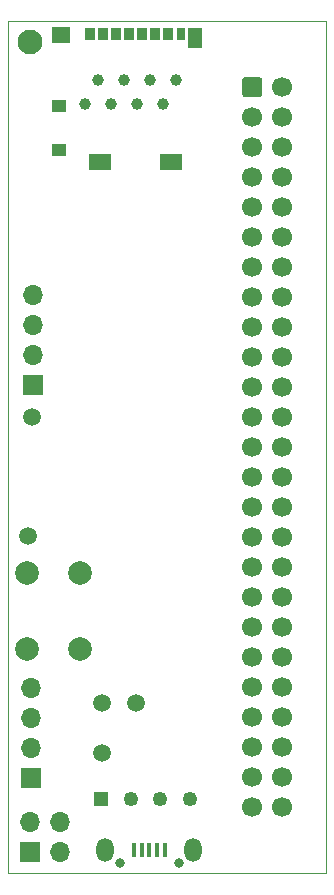
<source format=gbr>
%TF.GenerationSoftware,KiCad,Pcbnew,(5.1.9-16-g1737927814)-1*%
%TF.CreationDate,2021-07-07T15:11:55-05:00*%
%TF.ProjectId,bluepill_scsi,626c7565-7069-46c6-9c5f-736373692e6b,rev?*%
%TF.SameCoordinates,Original*%
%TF.FileFunction,Soldermask,Top*%
%TF.FilePolarity,Negative*%
%FSLAX46Y46*%
G04 Gerber Fmt 4.6, Leading zero omitted, Abs format (unit mm)*
G04 Created by KiCad (PCBNEW (5.1.9-16-g1737927814)-1) date 2021-07-07 15:11:55*
%MOMM*%
%LPD*%
G01*
G04 APERTURE LIST*
%TA.AperFunction,Profile*%
%ADD10C,0.050000*%
%TD*%
%ADD11C,2.100000*%
%ADD12O,1.700000X1.700000*%
%ADD13R,1.700000X1.700000*%
%ADD14O,0.800000X0.800000*%
%ADD15O,1.450000X2.000000*%
%ADD16R,0.450000X1.300000*%
%ADD17C,1.500000*%
%ADD18C,1.700000*%
%ADD19C,1.000000*%
%ADD20C,2.000000*%
%ADD21R,1.900000X1.350000*%
%ADD22R,1.200000X1.000000*%
%ADD23R,1.550000X1.350000*%
%ADD24R,1.170000X1.800000*%
%ADD25R,0.850000X1.100000*%
%ADD26R,0.750000X1.100000*%
%ADD27R,1.250000X1.250000*%
%ADD28C,1.250000*%
G04 APERTURE END LIST*
D10*
X113538000Y-148475700D02*
X86664800Y-148475700D01*
X113538000Y-76314300D02*
X86664800Y-76314300D01*
X113538000Y-148475700D02*
X113538000Y-76314300D01*
X86664800Y-148475700D02*
X86664800Y-76314300D01*
D11*
%TO.C,REF\u002A\u002A*%
X88488520Y-78125320D03*
%TD*%
D12*
%TO.C,J1*%
X91008200Y-144139920D03*
X91008200Y-146679920D03*
X88468200Y-144139920D03*
D13*
X88468200Y-146679920D03*
%TD*%
D14*
%TO.C,J3*%
X101102800Y-147561400D03*
X96102800Y-147561400D03*
D15*
X102327800Y-146511400D03*
X94877800Y-146511400D03*
D16*
X99902800Y-146461400D03*
X99252800Y-146461400D03*
X98602800Y-146461400D03*
X97952800Y-146461400D03*
X97302800Y-146461400D03*
%TD*%
D17*
%TO.C,TP14*%
X88356440Y-119893080D03*
%TD*%
D18*
%TO.C,J5*%
X109855000Y-142875000D03*
X109855000Y-140335000D03*
X109855000Y-137795000D03*
X109855000Y-135255000D03*
X109855000Y-132715000D03*
X109855000Y-130175000D03*
X109855000Y-127635000D03*
X109855000Y-125095000D03*
X109855000Y-122555000D03*
X109855000Y-120015000D03*
X109855000Y-117475000D03*
X109855000Y-114935000D03*
X109855000Y-112395000D03*
X109855000Y-109855000D03*
X109855000Y-107315000D03*
X109855000Y-104775000D03*
X109855000Y-102235000D03*
X109855000Y-99695000D03*
X109855000Y-97155000D03*
X109855000Y-94615000D03*
X109855000Y-92075000D03*
X109855000Y-89535000D03*
X109855000Y-86995000D03*
X109855000Y-84455000D03*
X109855000Y-81915000D03*
X107315000Y-142875000D03*
X107315000Y-140335000D03*
X107315000Y-137795000D03*
X107315000Y-135255000D03*
X107315000Y-132715000D03*
X107315000Y-130175000D03*
X107315000Y-127635000D03*
X107315000Y-125095000D03*
X107315000Y-122555000D03*
X107315000Y-120015000D03*
X107315000Y-117475000D03*
X107315000Y-114935000D03*
X107315000Y-112395000D03*
X107315000Y-109855000D03*
X107315000Y-107315000D03*
X107315000Y-104775000D03*
X107315000Y-102235000D03*
X107315000Y-99695000D03*
X107315000Y-97155000D03*
X107315000Y-94615000D03*
X107315000Y-92075000D03*
X107315000Y-89535000D03*
X107315000Y-86995000D03*
X107315000Y-84455000D03*
G36*
G01*
X106465000Y-82515000D02*
X106465000Y-81315000D01*
G75*
G02*
X106715000Y-81065000I250000J0D01*
G01*
X107915000Y-81065000D01*
G75*
G02*
X108165000Y-81315000I0J-250000D01*
G01*
X108165000Y-82515000D01*
G75*
G02*
X107915000Y-82765000I-250000J0D01*
G01*
X106715000Y-82765000D01*
G75*
G02*
X106465000Y-82515000I0J250000D01*
G01*
G37*
%TD*%
D19*
%TO.C,TP13*%
X100836400Y-81280000D03*
%TD*%
%TO.C,TP12*%
X99786400Y-83299300D03*
%TD*%
%TO.C,TP11*%
X97586400Y-83299300D03*
%TD*%
%TO.C,TP10*%
X95386400Y-83299300D03*
%TD*%
%TO.C,TP9*%
X94286400Y-81280000D03*
%TD*%
%TO.C,TP8*%
X93186400Y-83299300D03*
%TD*%
%TO.C,TP7*%
X98653066Y-81280000D03*
%TD*%
%TO.C,TP6*%
X96469733Y-81280000D03*
%TD*%
D20*
%TO.C,SW1*%
X88277700Y-123014600D03*
X92777700Y-123014600D03*
X88277700Y-129514600D03*
X92777700Y-129514600D03*
%TD*%
D17*
%TO.C,TP5*%
X94620080Y-138303000D03*
%TD*%
%TO.C,TP4*%
X88701880Y-109870240D03*
%TD*%
%TO.C,TP3*%
X94621350Y-134086600D03*
%TD*%
%TO.C,TP2*%
X97510600Y-134086600D03*
%TD*%
D12*
%TO.C,J8*%
X88582500Y-132765800D03*
X88582500Y-135305800D03*
X88582500Y-137845800D03*
D13*
X88582500Y-140385800D03*
%TD*%
D21*
%TO.C,J6*%
X100440500Y-88217100D03*
X94470500Y-88217100D03*
D22*
X90970500Y-83542100D03*
X90970500Y-87242100D03*
D23*
X91145500Y-77517100D03*
D24*
X102465500Y-77742100D03*
D25*
X100205500Y-77392100D03*
X99105500Y-77392100D03*
X98005500Y-77392100D03*
X96905500Y-77392100D03*
X95805500Y-77392100D03*
X94705500Y-77392100D03*
D26*
X101255500Y-77392100D03*
D25*
X93605500Y-77392100D03*
%TD*%
D12*
%TO.C,J2*%
X88747600Y-99542600D03*
X88747600Y-102082600D03*
X88747600Y-104622600D03*
D13*
X88747600Y-107162600D03*
%TD*%
D27*
%TO.C,J4*%
X94538800Y-142201900D03*
D28*
X97038800Y-142201900D03*
X99538800Y-142201900D03*
X102038800Y-142201900D03*
%TD*%
M02*

</source>
